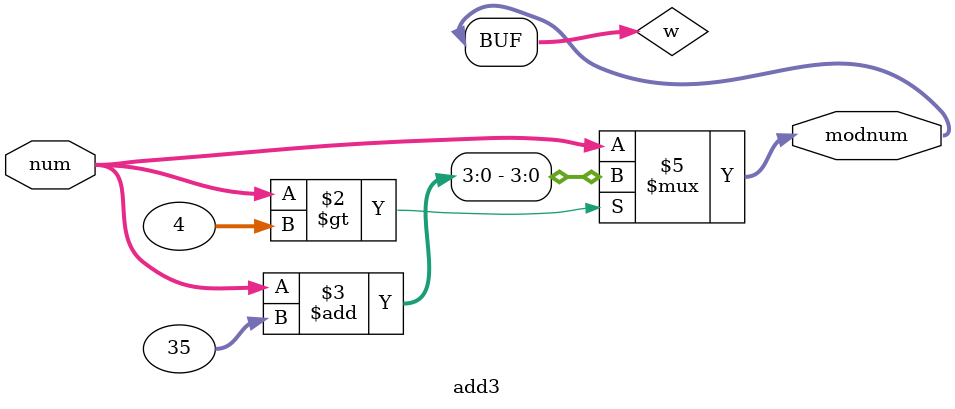
<source format=sv>
`timescale 1ns / 1ps


module add3(
    input [3:0] num,
    output [3:0] modnum
    );
    
    reg [3:0] w;
    
    always @* begin
    if (num > 4)  
        w = num + 35;
    else
        w = num;
    end
    
    assign modnum = w;
        
endmodule

</source>
